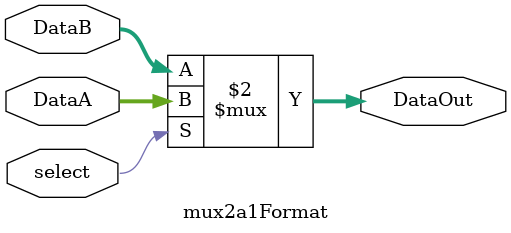
<source format=v>
`timescale 1ns / 1 ps

module mux2a1Format
#(	parameter DATA_WIDTH	= 16,
	parameter I_width 		= 2,
	parameter F_width		= DATA_WIDTH-I_width
)
(	input select,
	input [I_width-1 : -F_width] DataA,
	input [I_width-1 : -F_width] DataB,

	output [I_width-1 : -F_width]DataOut
);

assign DataOut = (select == 1'b1)? DataA:DataB;

endmodule

</source>
